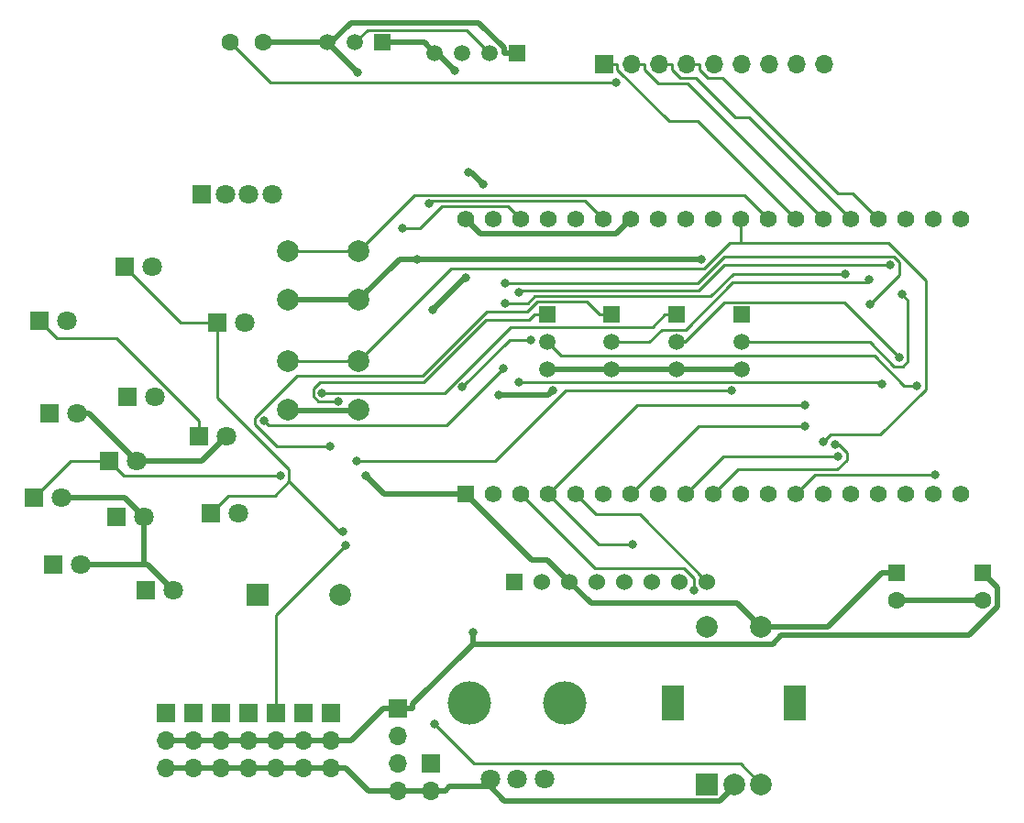
<source format=gbr>
G04 #@! TF.GenerationSoftware,KiCad,Pcbnew,(5.1.0)-1*
G04 #@! TF.CreationDate,2019-05-12T21:15:30+02:00*
G04 #@! TF.ProjectId,ESP32 dev board,45535033-3220-4646-9576-20626f617264,rev?*
G04 #@! TF.SameCoordinates,Original*
G04 #@! TF.FileFunction,Copper,L1,Top*
G04 #@! TF.FilePolarity,Positive*
%FSLAX46Y46*%
G04 Gerber Fmt 4.6, Leading zero omitted, Abs format (unit mm)*
G04 Created by KiCad (PCBNEW (5.1.0)-1) date 2019-05-12 21:15:30*
%MOMM*%
%LPD*%
G04 APERTURE LIST*
%ADD10O,1.700000X1.700000*%
%ADD11R,1.700000X1.700000*%
%ADD12C,1.500000*%
%ADD13R,1.500000X1.500000*%
%ADD14C,1.800000*%
%ADD15R,1.800000X1.800000*%
%ADD16C,1.560000*%
%ADD17R,1.560000X1.560000*%
%ADD18C,1.524000*%
%ADD19R,1.524000X1.524000*%
%ADD20C,1.600000*%
%ADD21R,1.600000X1.600000*%
%ADD22C,2.000000*%
%ADD23R,2.000000X2.000000*%
%ADD24C,4.000000*%
%ADD25R,2.000000X3.200000*%
%ADD26C,0.800000*%
%ADD27C,0.508000*%
%ADD28C,0.254000*%
G04 APERTURE END LIST*
D10*
X41000000Y-72120000D03*
X41000000Y-69580000D03*
X41000000Y-67040000D03*
D11*
X41000000Y-64500000D03*
D10*
X44000000Y-72120000D03*
D11*
X44000000Y-69580000D03*
D10*
X80320000Y-5000000D03*
X77780000Y-5000000D03*
X75240000Y-5000000D03*
X72700000Y-5000000D03*
X70160000Y-5000000D03*
X67620000Y-5000000D03*
X65080000Y-5000000D03*
X62540000Y-5000000D03*
D11*
X60000000Y-5000000D03*
D12*
X44380000Y-4000000D03*
X46920000Y-4000000D03*
X49460000Y-4000000D03*
D13*
X52000000Y-4000000D03*
D10*
X34780000Y-70040000D03*
X34780000Y-67500000D03*
D11*
X34780000Y-64960000D03*
D10*
X32240000Y-70040000D03*
X32240000Y-67500000D03*
D11*
X32240000Y-64960000D03*
D10*
X29700000Y-70040000D03*
X29700000Y-67500000D03*
D11*
X29700000Y-64960000D03*
D10*
X27160000Y-70040000D03*
X27160000Y-67500000D03*
D11*
X27160000Y-64960000D03*
D10*
X24620000Y-70040000D03*
X24620000Y-67500000D03*
D11*
X24620000Y-64960000D03*
D10*
X22080000Y-70040000D03*
X22080000Y-67500000D03*
D11*
X22080000Y-64960000D03*
D10*
X19540000Y-70040000D03*
X19540000Y-67500000D03*
D11*
X19540000Y-64960000D03*
D14*
X29337000Y-17018000D03*
X27178000Y-17018000D03*
X25019000Y-17018000D03*
D15*
X22860000Y-17018000D03*
D14*
X10414000Y-28702000D03*
D15*
X7874000Y-28702000D03*
D16*
X92960000Y-19300000D03*
X90420000Y-19300000D03*
X87880000Y-19300000D03*
X85340000Y-19300000D03*
X82800000Y-19300000D03*
X80260000Y-19300000D03*
X77720000Y-19300000D03*
X75180000Y-19300000D03*
X72640000Y-19300000D03*
X70100000Y-19300000D03*
X67560000Y-19300000D03*
X65020000Y-19300000D03*
X62480000Y-19300000D03*
X59940000Y-19300000D03*
X57400000Y-19300000D03*
X54860000Y-19300000D03*
X52320000Y-19300000D03*
X49780000Y-19300000D03*
X47240000Y-19300000D03*
X90420000Y-44700000D03*
X87880000Y-44700000D03*
X85340000Y-44700000D03*
X82800000Y-44700000D03*
X80260000Y-44700000D03*
X77720000Y-44700000D03*
X75180000Y-44700000D03*
X72640000Y-44700000D03*
X70100000Y-44700000D03*
X67560000Y-44700000D03*
X65020000Y-44700000D03*
X62480000Y-44700000D03*
X59940000Y-44700000D03*
X57400000Y-44700000D03*
X54860000Y-44700000D03*
X52320000Y-44700000D03*
X92960000Y-44700000D03*
X49780000Y-44700000D03*
D17*
X47240000Y-44700000D03*
D18*
X69515000Y-52800000D03*
X66975000Y-52800000D03*
X64435000Y-52800000D03*
X61895000Y-52800000D03*
X59355000Y-52800000D03*
X56815000Y-52800000D03*
X54275000Y-52800000D03*
D19*
X51735000Y-52800000D03*
D20*
X95000000Y-54500000D03*
D21*
X95000000Y-52000000D03*
D20*
X87000000Y-54500000D03*
D21*
X87000000Y-52000000D03*
D22*
X35600000Y-54000000D03*
D23*
X28000000Y-54000000D03*
D20*
X28500000Y-3000000D03*
X25500000Y-3000000D03*
D24*
X56400000Y-64000000D03*
X47600000Y-64000000D03*
D14*
X54500000Y-71000000D03*
X52000000Y-71000000D03*
X49500000Y-71000000D03*
D23*
X69500000Y-71500000D03*
D22*
X72000000Y-71500000D03*
X74500000Y-71500000D03*
D25*
X66400000Y-64000000D03*
X77600000Y-64000000D03*
D22*
X69500000Y-57000000D03*
X74500000Y-57000000D03*
X37340000Y-22260000D03*
X37340000Y-26760000D03*
X30840000Y-22260000D03*
X30840000Y-26760000D03*
X37340000Y-32420000D03*
X37340000Y-36920000D03*
X30840000Y-32420000D03*
X30840000Y-36920000D03*
D13*
X39540000Y-3000000D03*
D12*
X34460000Y-3000000D03*
X37000000Y-3000000D03*
D14*
X20220000Y-53590000D03*
D15*
X17680000Y-53590000D03*
D14*
X25160000Y-39400000D03*
D15*
X22620000Y-39400000D03*
D14*
X9910000Y-45040000D03*
D15*
X7370000Y-45040000D03*
D14*
X18490000Y-35690000D03*
D15*
X15950000Y-35690000D03*
D14*
X16870000Y-41680000D03*
D15*
X14330000Y-41680000D03*
D14*
X17540000Y-46810000D03*
D15*
X15000000Y-46810000D03*
D14*
X11640000Y-51220000D03*
D15*
X9100000Y-51220000D03*
D14*
X11330000Y-37240000D03*
D15*
X8790000Y-37240000D03*
D14*
X26220000Y-46460000D03*
D15*
X23680000Y-46460000D03*
D14*
X18260000Y-23690000D03*
D15*
X15720000Y-23690000D03*
D14*
X26850000Y-28890000D03*
D15*
X24310000Y-28890000D03*
D13*
X54727000Y-28118800D03*
D12*
X54727000Y-33198800D03*
X54727000Y-30658800D03*
D13*
X60727000Y-28118800D03*
D12*
X60727000Y-33198800D03*
X60727000Y-30658800D03*
D13*
X66727000Y-28118800D03*
D12*
X66727000Y-33198800D03*
X66727000Y-30658800D03*
D13*
X72727000Y-28118800D03*
D12*
X72727000Y-33198800D03*
X72727000Y-30658800D03*
D26*
X46228000Y-5588000D03*
X47498000Y-14986000D03*
X48867651Y-16101651D03*
X55286801Y-35137199D03*
X50292000Y-35560000D03*
X47240000Y-24713300D03*
X44196000Y-27686000D03*
X37994600Y-42979300D03*
X37210700Y-5730200D03*
X69010700Y-23008300D03*
X42777700Y-23008300D03*
X88900000Y-34708500D03*
X84510200Y-24887400D03*
X87295200Y-32084800D03*
X87496900Y-26271400D03*
X47888100Y-57447200D03*
X35462600Y-36128400D03*
X34725000Y-40256400D03*
X33959000Y-35347100D03*
X37175900Y-41695000D03*
X71800200Y-35129200D03*
X44370500Y-65945400D03*
X81633400Y-41199500D03*
X81344500Y-40139200D03*
X78522500Y-36529700D03*
X62625500Y-49373600D03*
X61132200Y-6674300D03*
X78595100Y-38425700D03*
X80280600Y-39841600D03*
X50870300Y-27054000D03*
X82281600Y-24393600D03*
X50738700Y-33073000D03*
X28591600Y-37930100D03*
X50858400Y-25249600D03*
X84547600Y-27187500D03*
X52099500Y-26099200D03*
X86454700Y-23565700D03*
X52117800Y-34347900D03*
X85630800Y-34577700D03*
X68334800Y-53625500D03*
X30107900Y-42975200D03*
X35918200Y-48183200D03*
X90583100Y-42904700D03*
X36112500Y-49435500D03*
X43801300Y-17860800D03*
X46912200Y-34823500D03*
X53256900Y-30470100D03*
X41427400Y-20165060D03*
D27*
X44000000Y-72120000D02*
X41000000Y-72120000D01*
X44679200Y-72120000D02*
X44000000Y-72120000D01*
X44679200Y-72120000D02*
X45358300Y-72120000D01*
X34780000Y-70040000D02*
X36138300Y-70040000D01*
X36138300Y-70040000D02*
X38218300Y-72120000D01*
X38218300Y-72120000D02*
X41000000Y-72120000D01*
X32240000Y-70040000D02*
X34780000Y-70040000D01*
X29700000Y-70040000D02*
X32240000Y-70040000D01*
X27160000Y-70040000D02*
X29700000Y-70040000D01*
X24620000Y-70040000D02*
X27160000Y-70040000D01*
X22080000Y-70040000D02*
X24620000Y-70040000D01*
X19540000Y-70040000D02*
X22080000Y-70040000D01*
X62480000Y-19300000D02*
X61142200Y-20637800D01*
X61142200Y-20637800D02*
X48577800Y-20637800D01*
X48577800Y-20637800D02*
X47240000Y-19300000D01*
X87000000Y-54500000D02*
X95000000Y-54500000D01*
X49500000Y-71736400D02*
X45741900Y-71736400D01*
X45741900Y-71736400D02*
X45358300Y-72120000D01*
X72000000Y-71500000D02*
X72000000Y-71726600D01*
X72000000Y-71726600D02*
X70694300Y-73032300D01*
X70694300Y-73032300D02*
X50795900Y-73032300D01*
X50795900Y-73032300D02*
X49500000Y-71736400D01*
X49500000Y-71736400D02*
X49500000Y-71000000D01*
X39540000Y-3000000D02*
X43380000Y-3000000D01*
X43380000Y-3000000D02*
X44380000Y-4000000D01*
X60727000Y-33198800D02*
X54727000Y-33198800D01*
X66727000Y-33198800D02*
X60727000Y-33198800D01*
X72727000Y-33198800D02*
X66727000Y-33198800D01*
X44380000Y-4000000D02*
X44640000Y-4000000D01*
X44640000Y-4000000D02*
X46228000Y-5588000D01*
X47498000Y-14986000D02*
X47752000Y-14986000D01*
X47752000Y-14986000D02*
X48867651Y-16101651D01*
X55286801Y-35137199D02*
X54864000Y-35560000D01*
X54864000Y-35560000D02*
X50292000Y-35560000D01*
X47240000Y-24713300D02*
X47168700Y-24713300D01*
X47168700Y-24713300D02*
X44196000Y-27686000D01*
X37340000Y-26760000D02*
X41091700Y-23008300D01*
X47240000Y-44700000D02*
X39715300Y-44700000D01*
X39715300Y-44700000D02*
X37994600Y-42979300D01*
X56815000Y-52800000D02*
X54801900Y-50786900D01*
X54801900Y-50786900D02*
X53326900Y-50786900D01*
X53326900Y-50786900D02*
X47240000Y-44700000D01*
X34784900Y-3000000D02*
X34784900Y-3304400D01*
X34784900Y-3304400D02*
X37210700Y-5730200D01*
X50741700Y-4000000D02*
X50741700Y-3449500D01*
X50741700Y-3449500D02*
X48441500Y-1149300D01*
X48441500Y-1149300D02*
X36635600Y-1149300D01*
X36635600Y-1149300D02*
X34784900Y-3000000D01*
X34460000Y-3000000D02*
X34784900Y-3000000D01*
X56815000Y-52800000D02*
X58789000Y-54774000D01*
X58789000Y-54774000D02*
X72274000Y-54774000D01*
X72274000Y-54774000D02*
X74500000Y-57000000D01*
X30840000Y-36920000D02*
X30956700Y-37036700D01*
X30956700Y-37036700D02*
X37223300Y-37036700D01*
X37223300Y-37036700D02*
X37340000Y-36920000D01*
X87000000Y-52000000D02*
X85691700Y-52000000D01*
X85691700Y-52000000D02*
X80691700Y-57000000D01*
X80691700Y-57000000D02*
X74500000Y-57000000D01*
X28500000Y-3000000D02*
X34460000Y-3000000D01*
X52000000Y-4000000D02*
X50741700Y-4000000D01*
X30840000Y-26760000D02*
X37340000Y-26760000D01*
X42777700Y-23008300D02*
X69010700Y-23008300D01*
X41091700Y-23008300D02*
X42777700Y-23008300D01*
D28*
X22620000Y-39400000D02*
X22620000Y-37965000D01*
X22620000Y-37965000D02*
X14970300Y-30315300D01*
X14970300Y-30315300D02*
X9487300Y-30315300D01*
X9487300Y-30315300D02*
X7874000Y-28702000D01*
X54727000Y-30658800D02*
X55997000Y-31928800D01*
X55997000Y-31928800D02*
X84957800Y-31928800D01*
X84957800Y-31928800D02*
X87737500Y-34708500D01*
X87737500Y-34708500D02*
X88900000Y-34708500D01*
X60727000Y-30658800D02*
X64196600Y-30658800D01*
X64196600Y-30658800D02*
X65337000Y-29518400D01*
X65337000Y-29518400D02*
X67508000Y-29518400D01*
X67508000Y-29518400D02*
X71851500Y-25174900D01*
X71851500Y-25174900D02*
X84222700Y-25174900D01*
X84222700Y-25174900D02*
X84510200Y-24887400D01*
X66727000Y-30658800D02*
X67445700Y-30658800D01*
X67445700Y-30658800D02*
X71117100Y-26987400D01*
X71117100Y-26987400D02*
X82197800Y-26987400D01*
X82197800Y-26987400D02*
X87295200Y-32084800D01*
X87496900Y-26271400D02*
X88076600Y-26851100D01*
X88076600Y-26851100D02*
X88076600Y-32416600D01*
X88076600Y-32416600D02*
X87601900Y-32891300D01*
X87601900Y-32891300D02*
X86766200Y-32891300D01*
X86766200Y-32891300D02*
X84533700Y-30658800D01*
X84533700Y-30658800D02*
X72727000Y-30658800D01*
D27*
X47888100Y-58552900D02*
X42358300Y-64082700D01*
X42358300Y-64082700D02*
X42358300Y-64500000D01*
X95000000Y-52000000D02*
X96317400Y-53317400D01*
X96317400Y-53317400D02*
X96317400Y-55120700D01*
X96317400Y-55120700D02*
X93675700Y-57762400D01*
X93675700Y-57762400D02*
X76387700Y-57762400D01*
X76387700Y-57762400D02*
X75597200Y-58552900D01*
X75597200Y-58552900D02*
X47888100Y-58552900D01*
X47888100Y-57447200D02*
X47888100Y-58552900D01*
X41000000Y-64500000D02*
X39641700Y-64500000D01*
X34780000Y-67500000D02*
X36641700Y-67500000D01*
X36641700Y-67500000D02*
X39641700Y-64500000D01*
X32240000Y-67500000D02*
X34780000Y-67500000D01*
X29700000Y-67500000D02*
X32240000Y-67500000D01*
X27160000Y-67500000D02*
X29700000Y-67500000D01*
X24620000Y-67500000D02*
X27160000Y-67500000D01*
X22080000Y-67500000D02*
X24620000Y-67500000D01*
X19540000Y-67500000D02*
X22080000Y-67500000D01*
X11330000Y-37240000D02*
X12430000Y-37240000D01*
X12430000Y-37240000D02*
X16870000Y-41680000D01*
X17540000Y-51220000D02*
X17850000Y-51220000D01*
X17850000Y-51220000D02*
X20220000Y-53590000D01*
X11640000Y-51220000D02*
X17540000Y-51220000D01*
X17540000Y-51220000D02*
X17540000Y-46810000D01*
X25160000Y-39400000D02*
X22880000Y-41680000D01*
X22880000Y-41680000D02*
X16870000Y-41680000D01*
X9910000Y-45040000D02*
X15770000Y-45040000D01*
X15770000Y-45040000D02*
X17540000Y-46810000D01*
X41000000Y-64500000D02*
X42358300Y-64500000D01*
D28*
X54727000Y-28118800D02*
X53595700Y-28118800D01*
X35462600Y-36128400D02*
X33614100Y-36128400D01*
X33614100Y-36128400D02*
X33169500Y-35683800D01*
X33169500Y-35683800D02*
X33169500Y-34977500D01*
X33169500Y-34977500D02*
X33764600Y-34382400D01*
X33764600Y-34382400D02*
X43373200Y-34382400D01*
X43373200Y-34382400D02*
X49128500Y-28627100D01*
X49128500Y-28627100D02*
X53087400Y-28627100D01*
X53087400Y-28627100D02*
X53595700Y-28118800D01*
X60727000Y-28118800D02*
X59595700Y-28118800D01*
X59595700Y-28118800D02*
X58433500Y-26956600D01*
X58433500Y-26956600D02*
X53804100Y-26956600D01*
X53804100Y-26956600D02*
X52896000Y-27864700D01*
X52896000Y-27864700D02*
X49171900Y-27864700D01*
X49171900Y-27864700D02*
X43235200Y-33801400D01*
X43235200Y-33801400D02*
X31612400Y-33801400D01*
X31612400Y-33801400D02*
X27753000Y-37660800D01*
X27753000Y-37660800D02*
X27753000Y-38253400D01*
X27753000Y-38253400D02*
X29756000Y-40256400D01*
X29756000Y-40256400D02*
X34725000Y-40256400D01*
X65595700Y-28118800D02*
X64464400Y-29250100D01*
X64464400Y-29250100D02*
X51380900Y-29250100D01*
X51380900Y-29250100D02*
X45283900Y-35347100D01*
X45283900Y-35347100D02*
X33959000Y-35347100D01*
X66727000Y-28118800D02*
X65595700Y-28118800D01*
X71800200Y-35129200D02*
X56462400Y-35129200D01*
X56462400Y-35129200D02*
X49896600Y-41695000D01*
X49896600Y-41695000D02*
X37175900Y-41695000D01*
X67560000Y-44700000D02*
X71060500Y-41199500D01*
X71060500Y-41199500D02*
X81633400Y-41199500D01*
X44370500Y-65945400D02*
X48030300Y-69605200D01*
X48030300Y-69605200D02*
X72605200Y-69605200D01*
X72605200Y-69605200D02*
X74500000Y-71500000D01*
X70100000Y-44700000D02*
X72403700Y-42396300D01*
X72403700Y-42396300D02*
X81552900Y-42396300D01*
X81552900Y-42396300D02*
X82414800Y-41534400D01*
X82414800Y-41534400D02*
X82414800Y-40856100D01*
X82414800Y-40856100D02*
X81697900Y-40139200D01*
X81697900Y-40139200D02*
X81344500Y-40139200D01*
X54860000Y-44700000D02*
X63030300Y-36529700D01*
X63030300Y-36529700D02*
X78522500Y-36529700D01*
X62625500Y-49373600D02*
X59533600Y-49373600D01*
X59533600Y-49373600D02*
X54860000Y-44700000D01*
X25500000Y-3000000D02*
X29174300Y-6674300D01*
X29174300Y-6674300D02*
X61132200Y-6674300D01*
X62480000Y-44700000D02*
X68754300Y-38425700D01*
X68754300Y-38425700D02*
X78595100Y-38425700D01*
X75180000Y-19300000D02*
X72954400Y-17074400D01*
X72954400Y-17074400D02*
X42525600Y-17074400D01*
X42525600Y-17074400D02*
X37340000Y-22260000D01*
X30840000Y-22260000D02*
X37340000Y-22260000D01*
X72640000Y-21525100D02*
X86238600Y-21525100D01*
X86238600Y-21525100D02*
X89714400Y-25000900D01*
X89714400Y-25000900D02*
X89714400Y-35007400D01*
X89714400Y-35007400D02*
X85514700Y-39207100D01*
X85514700Y-39207100D02*
X80915100Y-39207100D01*
X80915100Y-39207100D02*
X80280600Y-39841600D01*
X37340000Y-32420000D02*
X45886300Y-23873700D01*
X45886300Y-23873700D02*
X69255100Y-23873700D01*
X69255100Y-23873700D02*
X71603700Y-21525100D01*
X71603700Y-21525100D02*
X72640000Y-21525100D01*
X72640000Y-21525100D02*
X72640000Y-19300000D01*
X30840000Y-32420000D02*
X37340000Y-32420000D01*
X82281600Y-24393600D02*
X71913800Y-24393600D01*
X71913800Y-24393600D02*
X69859100Y-26448300D01*
X69859100Y-26448300D02*
X53593600Y-26448300D01*
X53593600Y-26448300D02*
X52987900Y-27054000D01*
X52987900Y-27054000D02*
X50870300Y-27054000D01*
X50738700Y-33073000D02*
X45473700Y-38338000D01*
X45473700Y-38338000D02*
X28999500Y-38338000D01*
X28999500Y-38338000D02*
X28591600Y-37930100D01*
X50858400Y-25249600D02*
X68677100Y-25249600D01*
X68677100Y-25249600D02*
X71142400Y-22784300D01*
X71142400Y-22784300D02*
X86778500Y-22784300D01*
X86778500Y-22784300D02*
X87246400Y-23252200D01*
X87246400Y-23252200D02*
X87246400Y-24488700D01*
X87246400Y-24488700D02*
X84547600Y-27187500D01*
X52099500Y-26099200D02*
X52258700Y-25940000D01*
X52258700Y-25940000D02*
X68705500Y-25940000D01*
X68705500Y-25940000D02*
X71079800Y-23565700D01*
X71079800Y-23565700D02*
X86454700Y-23565700D01*
X85630800Y-34577700D02*
X85401000Y-34347900D01*
X85401000Y-34347900D02*
X52117800Y-34347900D01*
X52320000Y-44700000D02*
X59189600Y-51569600D01*
X59189600Y-51569600D02*
X67417400Y-51569600D01*
X67417400Y-51569600D02*
X68334800Y-52487000D01*
X68334800Y-52487000D02*
X68334800Y-53625500D01*
X37000000Y-3000000D02*
X38167700Y-1832300D01*
X38167700Y-1832300D02*
X47292300Y-1832300D01*
X47292300Y-1832300D02*
X49460000Y-4000000D01*
X69515000Y-52800000D02*
X63283500Y-46568500D01*
X63283500Y-46568500D02*
X59268500Y-46568500D01*
X59268500Y-46568500D02*
X57400000Y-44700000D01*
X14330000Y-41680000D02*
X15625200Y-42975200D01*
X15625200Y-42975200D02*
X30107900Y-42975200D01*
X14330000Y-41680000D02*
X10730000Y-41680000D01*
X10730000Y-41680000D02*
X7370000Y-45040000D01*
X24310000Y-28890000D02*
X24310000Y-35819700D01*
X24310000Y-35819700D02*
X30915500Y-42425200D01*
X30915500Y-42425200D02*
X30915500Y-43530400D01*
X30915500Y-43530400D02*
X29608200Y-44837700D01*
X29608200Y-44837700D02*
X25302300Y-44837700D01*
X25302300Y-44837700D02*
X23680000Y-46460000D01*
X30915500Y-43530400D02*
X35568300Y-48183200D01*
X35568300Y-48183200D02*
X35918200Y-48183200D01*
X15720000Y-23690000D02*
X20920000Y-28890000D01*
X20920000Y-28890000D02*
X24310000Y-28890000D01*
X77720000Y-44700000D02*
X79515300Y-42904700D01*
X79515300Y-42904700D02*
X90583100Y-42904700D01*
X67620000Y-5000000D02*
X68851300Y-5000000D01*
X85340000Y-19300000D02*
X82979800Y-16939800D01*
X82979800Y-16939800D02*
X81632800Y-16939800D01*
X81632800Y-16939800D02*
X70924300Y-6231300D01*
X70924300Y-6231300D02*
X69572400Y-6231300D01*
X69572400Y-6231300D02*
X68851300Y-5510200D01*
X68851300Y-5510200D02*
X68851300Y-5000000D01*
X66311300Y-5000000D02*
X66311300Y-5510200D01*
X66311300Y-5510200D02*
X67032400Y-6231300D01*
X67032400Y-6231300D02*
X68463900Y-6231300D01*
X68463900Y-6231300D02*
X72116200Y-9883600D01*
X72116200Y-9883600D02*
X73383600Y-9883600D01*
X73383600Y-9883600D02*
X82800000Y-19300000D01*
X65080000Y-5000000D02*
X66311300Y-5000000D01*
X63771300Y-5000000D02*
X63771300Y-5510200D01*
X63771300Y-5510200D02*
X65000700Y-6739600D01*
X65000700Y-6739600D02*
X67699600Y-6739600D01*
X67699600Y-6739600D02*
X80260000Y-19300000D01*
X62540000Y-5000000D02*
X63771300Y-5000000D01*
X61231300Y-5000000D02*
X61231300Y-5461800D01*
X61231300Y-5461800D02*
X65993300Y-10223800D01*
X65993300Y-10223800D02*
X68643800Y-10223800D01*
X68643800Y-10223800D02*
X77720000Y-19300000D01*
X60000000Y-5000000D02*
X61231300Y-5000000D01*
X29700000Y-64960000D02*
X29700000Y-55848000D01*
X29700000Y-55848000D02*
X36112500Y-49435500D01*
X59940000Y-19300000D02*
X58246600Y-17606600D01*
X58246600Y-17606600D02*
X44055500Y-17606600D01*
X44055500Y-17606600D02*
X43801300Y-17860800D01*
X53256900Y-30470100D02*
X51265600Y-30470100D01*
X51265600Y-30470100D02*
X46912200Y-34823500D01*
X42953340Y-20165060D02*
X41993085Y-20165060D01*
X45003500Y-18114900D02*
X42953340Y-20165060D01*
X41993085Y-20165060D02*
X41427400Y-20165060D01*
X51134900Y-18114900D02*
X45003500Y-18114900D01*
X52320000Y-19300000D02*
X51134900Y-18114900D01*
M02*

</source>
